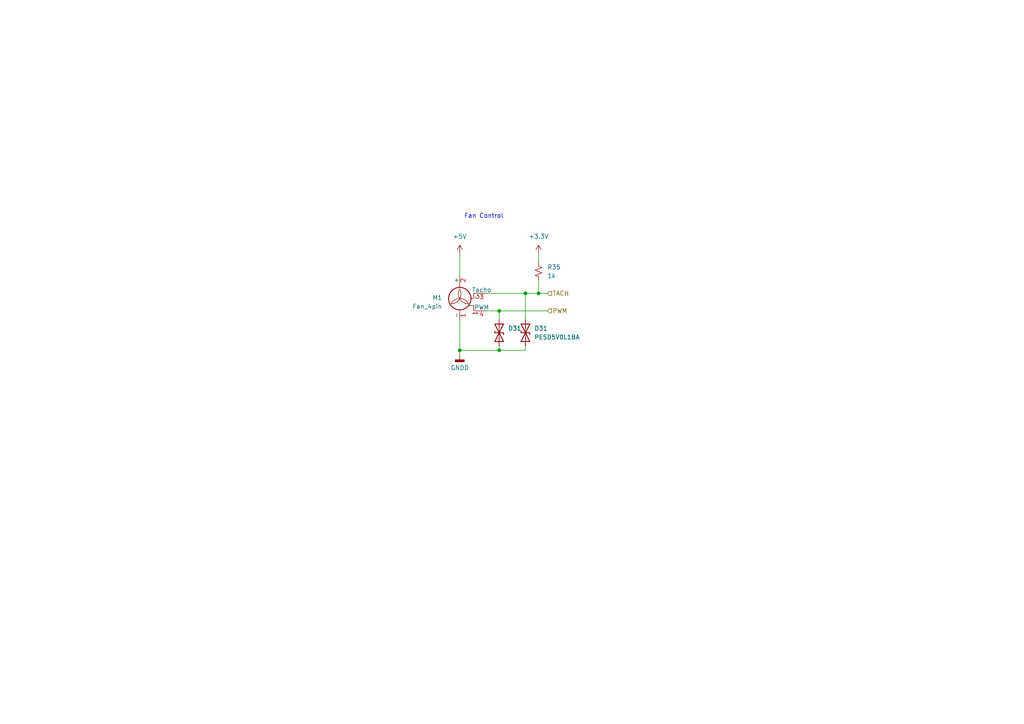
<source format=kicad_sch>
(kicad_sch (version 20230121) (generator eeschema)
  (paper "A4")
  (lib_symbols
    (symbol "Device:D_TVS" (pin_numbers hide) (pin_names (offset 1.016) hide)
      (property "Reference" "D" (at 0 2.54 0))
      (property "Value" "D_TVS" (at 0 -2.54 0))
      (symbol "D_TVS_0_1"
        (polyline (pts (xy 1.27 0) (xy -1.27 0)))
        (polyline (pts (xy 0.508 1.27) (xy 0 1.27) (xy 0 -1.27) (xy -0.508 -1.27)) (stroke (width 0.254)))
        (polyline (pts (xy -2.54 1.27) (xy -2.54 -1.27) (xy 2.54 1.27) (xy 2.54 -1.27) (xy -2.54 1.27)) (stroke (width 0.254)))
      )
      (symbol "D_TVS_1_1"
        (pin passive line (at -3.81 0 0) (length 2.54) (name "A1") (number "1"))
        (pin passive line (at 3.81 0 180) (length 2.54) (name "A2") (number "2"))
      )
    )
    (symbol "Device:R_Small_US" (pin_numbers hide) (pin_names (offset 0.254) hide)
      (property "Reference" "R" (at 0.762 0.508 0))
      (property "Value" "R_Small_US" (at 0.762 -1.016 0))
      (symbol "R_Small_US_1_1"
        (polyline (pts (xy 0 0) (xy 1.016 -0.381) (xy 0 -0.762) (xy -1.016 -1.143) (xy 0 -1.524)))
        (polyline (pts (xy 0 1.524) (xy 1.016 1.143) (xy 0 0.762) (xy -1.016 0.381) (xy 0 0)))
        (pin passive line (at 0 2.54 270) (length 1.016) (name "~") (number "1"))
        (pin passive line (at 0 -2.54 90) (length 1.016) (name "~") (number "2"))
      )
    )
    (symbol "Motor:Fan_4pin" (pin_names (offset 0))
      (property "Reference" "M" (at 2.54 5.08 0))
      (property "Value" "Fan_4pin" (at 2.54 -2.54 0))
      (symbol "Fan_4pin_0_0"
        (arc (start -5.588 1.524) (mid -5.08 1.0182) (end -4.572 1.524))
        (arc (start -5.08 2.032) (mid -5.4392 1.8832) (end -5.588 1.524))
        (polyline (pts (xy -5.08 2.032) (xy -5.334 2.159)))
        (polyline (pts (xy -5.08 2.032) (xy -5.207 1.778)))
        (polyline (pts (xy -4.064 2.54) (xy -4.064 1.016) (xy -3.302 1.016)))
      )
      (symbol "Fan_4pin_0_1"
        (arc (start -2.54 -0.508) (mid 0.0028 0.9121) (end 0 3.81))
        (polyline (pts (xy -4.064 2.54) (xy -5.08 2.54)))
        (polyline (pts (xy 0 -5.08) (xy 0 -4.572)))
        (polyline (pts (xy 0 -2.2352) (xy 0 -2.6416)))
        (polyline (pts (xy 0 4.2672) (xy 0 4.6228)))
        (polyline (pts (xy 0 4.572) (xy 0 5.08)))
        (polyline (pts (xy -2.54 -1.016) (xy -4.064 -1.016) (xy -4.064 -2.54) (xy -5.08 -2.54)))
        (polyline (pts (xy -5.334 -3.302) (xy -5.08 -3.302) (xy -5.08 -3.048) (xy -4.826 -3.048) (xy -4.826 -3.302) (xy -4.318 -3.302) (xy -4.318 -3.048) (xy -4.064 -3.048) (xy -4.064 -3.302) (xy -3.556 -3.302)))
        (circle (center 0 1.016) (radius 3.2512) (stroke (width 0.254)))
        (arc (start 0 3.81) (mid 0.053 0.921) (end 2.54 -0.508))
        (arc (start 2.54 -0.508) (mid 0 1.0618) (end -2.54 -0.508))
      )
      (symbol "Fan_4pin_1_1"
        (pin passive line (at 0 -5.08 90) (length 2.54) (name "-") (number "1"))
        (pin passive line (at 0 7.62 270) (length 2.54) (name "+") (number "2"))
        (pin passive line (at -7.62 2.54 0) (length 2.54) (name "Tacho") (number "3"))
        (pin input line (at -7.62 -2.54 0) (length 2.54) (name "PWM") (number "4"))
      )
    )
    (symbol "power:+3.3V" (power) (pin_names (offset 0))
      (property "Value" "+3.3V" (at 0 3.556 0))
      (symbol "+3.3V_0_1"
        (polyline (pts (xy -0.762 1.27) (xy 0 2.54)))
        (polyline (pts (xy 0 0) (xy 0 2.54)))
        (polyline (pts (xy 0 2.54) (xy 0.762 1.27)))
      )
      (symbol "+3.3V_1_1"
        (pin power_in line (at 0 0 90) (length 0) hide (name "+3.3V") (number "1"))
      )
    )
    (symbol "power:+5V" (power) (pin_names (offset 0))
      (property "Value" "+5V" (at 0 3.556 0))
      (symbol "+5V_0_1"
        (polyline (pts (xy -0.762 1.27) (xy 0 2.54)))
        (polyline (pts (xy 0 0) (xy 0 2.54)))
        (polyline (pts (xy 0 2.54) (xy 0.762 1.27)))
      )
      (symbol "+5V_1_1"
        (pin power_in line (at 0 0 90) (length 0) hide (name "+5V") (number "1"))
      )
    )
    (symbol "power:GNDD" (power) (pin_names (offset 0))
      (property "Value" "GNDD" (at 0 -3.175 0))
      (symbol "GNDD_0_1"
        (rectangle (start -1.27 -1.524) (end 1.27 -2.032) (stroke (width 0.254)) (fill (type outline)))
        (polyline (pts (xy 0 0) (xy 0 -1.524)))
      )
      (symbol "GNDD_1_1"
        (pin power_in line (at 0 0 270) (length 0) hide (name "GNDD") (number "1"))
      )
    )
  )
  (junction (at 144.78 90.17))
  (junction (at 144.78 101.6))
  (junction (at 152.4 85.09))
  (junction (at 156.21 85.09))
  (junction (at 133.35 101.6))
  (wire (pts (xy 144.78 101.6) (xy 152.4 101.6)))
  (wire (pts (xy 152.4 85.09) (xy 156.21 85.09)))
  (wire (pts (xy 140.97 85.09) (xy 152.4 85.09)))
  (wire (pts (xy 152.4 101.6) (xy 152.4 100.33)))
  (wire (pts (xy 140.97 90.17) (xy 144.78 90.17)))
  (wire (pts (xy 156.21 81.28) (xy 156.21 85.09)))
  (wire (pts (xy 144.78 100.33) (xy 144.78 101.6)))
  (wire (pts (xy 156.21 85.09) (xy 158.75 85.09)))
  (wire (pts (xy 144.78 90.17) (xy 158.75 90.17)))
  (wire (pts (xy 144.78 90.17) (xy 144.78 92.71)))
  (wire (pts (xy 133.35 92.71) (xy 133.35 101.6)))
  (wire (pts (xy 133.35 101.6) (xy 133.35 102.87)))
  (wire (pts (xy 156.21 73.66) (xy 156.21 76.2)))
  (wire (pts (xy 133.35 101.6) (xy 144.78 101.6)))
  (wire (pts (xy 133.35 73.66) (xy 133.35 80.01)))
  (wire (pts (xy 152.4 85.09) (xy 152.4 92.71)))
  (text "Fan Control" (at 134.62 63.5 0) (effects (font (size 1.27 1.27)) (justify left bottom)))
  (hierarchical_label "TACH" (shape input) (at 158.75 85.09 0))
  (hierarchical_label "PWM" (shape input) (at 158.75 90.17 0))
  (symbol (lib_id "Device:R_Small_US") (at 156.21 78.74 180) (unit 1)
    (property "Reference" "R35" (at 158.75 77.47 0) (effects (justify right)))
    (property "Value" "1k" (at 158.75 80.01 0) (effects (justify right)))
    (property "Footprint" "Resistor_SMD:R_0805_2012Metric_Pad1.20x1.40mm_HandSolder" (effects hide))
    (property "Vendor" "652-CR0805JW-103ELF" (effects hide))
    (instances (project "8ch-mosfet" (path "" (reference "R35") (unit 1)) (path "" (reference "R4") (unit 1)) (path "" (reference "R8") (unit 1)) (path "" (reference "R12") (unit 1)) (path "" (reference "R16") (unit 1)) (path "" (reference "R20") (unit 1)) (path "" (reference "R24") (unit 1)) (path "" (reference "R28") (unit 1)) (path "" (reference "R32") (unit 1)) (path "" (reference "R36") (unit 1)) (path "" (reference "R35") (unit 1))))
  )
  (symbol (lib_id "Device:D_TVS") (at 144.78 96.52 90) (unit 1)
    (property "Reference" "D31" (at 147.32 95.25 90) (effects (justify right)))
    (property "Value" "PESD5V0L1BA" (effects hide))
    (property "Footprint" "Diode_SMD:D_SOD-323_HandSoldering" (effects hide))
    (instances (project "8ch-mosfet" (path "" (reference "D31") (unit 1)) (path "" (reference "D32") (unit 1)) (path "" (reference "D34") (unit 1)) (path "" (reference "D35") (unit 1))))
  )
  (symbol (lib_id "power:+3.3V") (at 156.21 73.66 0) (unit 1)
    (property "Reference" "#PWR064" (effects hide))
    (property "Value" "+3.3V" (at 156.21 68.58 0))
    (instances (project "8ch-mosfet" (path "" (reference "#PWR064") (unit 1)) (path "" (reference "#PWR066") (unit 1)) (path "" (reference "#PWR064") (unit 1))))
  )
  (symbol (lib_id "Motor:Fan_4pin") (at 133.35 87.63 0) (mirror y) (unit 1)
    (property "Reference" "M1" (at 128.27 86.36 0) (effects (justify left)))
    (property "Value" "Fan_4pin" (at 128.27 88.9 0) (effects (justify left)))
    (property "Footprint" "gnarboard:Molex 0470531000" (effects hide))
    (property "Datasheet" "http://www.formfactors.org/developer%5Cspecs%5Crev1_2_public.pdf" (effects hide))
    (property "Vendor" "538-47053-1000 " (effects hide))
    (instances (project "8ch-mosfet" (path "" (reference "M1") (unit 1)) (path "" (reference "M2") (unit 1)) (path "" (reference "M1") (unit 1))))
  )
  (symbol (lib_id "power:GNDD") (at 133.35 102.87 0) (unit 1)
    (property "Reference" "#PWR08" (effects hide))
    (property "Value" "GNDD" (at 133.35 106.68 0))
    (instances (project "8ch-mosfet" (path "" (reference "#PWR08") (unit 1)) (path "" (reference "#PWR065") (unit 1)) (path "" (reference "#PWR053") (unit 1))))
  )
  (symbol (lib_id "power:+5V") (at 133.35 73.66 0) (unit 1)
    (property "Reference" "#PWR053" (effects hide))
    (property "Value" "+5V" (at 133.35 68.58 0))
    (instances (project "8ch-mosfet" (path "" (reference "#PWR053") (unit 1)) (path "" (reference "#PWR063") (unit 1)) (path "" (reference "#PWR08") (unit 1))))
  )
  (symbol (lib_id "Device:D_TVS") (at 152.4 96.52 90) (unit 1)
    (property "Reference" "D31" (at 154.94 95.25 90) (effects (justify right)))
    (property "Value" "PESD5V0L1BA" (at 154.94 97.79 90) (effects (justify right)))
    (property "Footprint" "Diode_SMD:D_SOD-323_HandSoldering" (effects hide))
    (instances (project "8ch-mosfet" (path "" (reference "D31") (unit 1)) (path "" (reference "D32") (unit 1)) (path "" (reference "D36") (unit 1)) (path "" (reference "D37") (unit 1))))
  )
)
</source>
